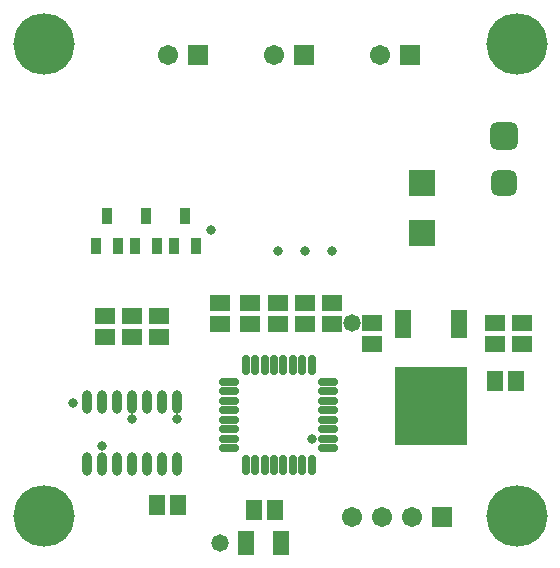
<source format=gts>
G04*
G04 #@! TF.GenerationSoftware,Altium Limited,Altium Designer,18.1.9 (240)*
G04*
G04 Layer_Color=8388736*
%FSLAX25Y25*%
%MOIN*%
G70*
G01*
G75*
%ADD28O,0.03162X0.07887*%
%ADD29O,0.02965X0.06706*%
%ADD30O,0.06706X0.02965*%
%ADD31R,0.05367X0.06587*%
%ADD32R,0.06587X0.05367*%
%ADD33R,0.05249X0.07887*%
%ADD34R,0.08674X0.08674*%
%ADD35R,0.24422X0.26390*%
%ADD36R,0.05524X0.09461*%
%ADD37R,0.03556X0.05721*%
G04:AMPARAMS|DCode=38|XSize=94.61mil|YSize=94.61mil|CornerRadius=25.65mil|HoleSize=0mil|Usage=FLASHONLY|Rotation=270.000|XOffset=0mil|YOffset=0mil|HoleType=Round|Shape=RoundedRectangle|*
%AMROUNDEDRECTD38*
21,1,0.09461,0.04331,0,0,270.0*
21,1,0.04331,0.09461,0,0,270.0*
1,1,0.05131,-0.02165,-0.02165*
1,1,0.05131,-0.02165,0.02165*
1,1,0.05131,0.02165,0.02165*
1,1,0.05131,0.02165,-0.02165*
%
%ADD38ROUNDEDRECTD38*%
G04:AMPARAMS|DCode=39|XSize=86.74mil|YSize=86.74mil|CornerRadius=23.68mil|HoleSize=0mil|Usage=FLASHONLY|Rotation=270.000|XOffset=0mil|YOffset=0mil|HoleType=Round|Shape=RoundedRectangle|*
%AMROUNDEDRECTD39*
21,1,0.08674,0.03937,0,0,270.0*
21,1,0.03937,0.08674,0,0,270.0*
1,1,0.04737,-0.01968,-0.01968*
1,1,0.04737,-0.01968,0.01968*
1,1,0.04737,0.01968,0.01968*
1,1,0.04737,0.01968,-0.01968*
%
%ADD39ROUNDEDRECTD39*%
%ADD40R,0.06706X0.06706*%
%ADD41C,0.06706*%
%ADD42C,0.03200*%
%ADD43C,0.05800*%
%ADD44C,0.20485*%
D28*
X63945Y57642D02*
D03*
X58945D02*
D03*
X53945D02*
D03*
X48945D02*
D03*
X43945D02*
D03*
X38945D02*
D03*
X33945D02*
D03*
X63945Y37169D02*
D03*
X58945D02*
D03*
X53945D02*
D03*
X48945D02*
D03*
X43945D02*
D03*
X38945D02*
D03*
X33945D02*
D03*
D29*
X86886Y70016D02*
D03*
X90035D02*
D03*
X93185D02*
D03*
X96335D02*
D03*
X99484D02*
D03*
X102634D02*
D03*
X105783D02*
D03*
X108933D02*
D03*
Y36945D02*
D03*
X105783D02*
D03*
X102634D02*
D03*
X99484D02*
D03*
X96335D02*
D03*
X93185D02*
D03*
X90035D02*
D03*
X86886D02*
D03*
D30*
X114445Y64504D02*
D03*
Y61354D02*
D03*
Y58205D02*
D03*
Y55055D02*
D03*
Y51906D02*
D03*
Y48756D02*
D03*
Y45606D02*
D03*
Y42457D02*
D03*
X81374D02*
D03*
Y45606D02*
D03*
Y48756D02*
D03*
Y51906D02*
D03*
Y55055D02*
D03*
Y58205D02*
D03*
Y61354D02*
D03*
Y64504D02*
D03*
D31*
X57441Y23406D02*
D03*
X64449D02*
D03*
X89681Y21906D02*
D03*
X96689D02*
D03*
X177004Y64811D02*
D03*
X169996D02*
D03*
D32*
X88445Y83902D02*
D03*
Y90909D02*
D03*
X57850Y86504D02*
D03*
Y79496D02*
D03*
X48945Y86504D02*
D03*
Y79496D02*
D03*
X39850Y86504D02*
D03*
Y79496D02*
D03*
X128850Y84004D02*
D03*
Y76996D02*
D03*
X170000Y84004D02*
D03*
Y76996D02*
D03*
X78445Y83902D02*
D03*
Y90910D02*
D03*
X97791Y83902D02*
D03*
Y90909D02*
D03*
X106791Y83902D02*
D03*
Y90909D02*
D03*
X179000Y84004D02*
D03*
Y76996D02*
D03*
X115791Y90909D02*
D03*
Y83902D02*
D03*
D33*
X98811Y10906D02*
D03*
X87079D02*
D03*
D34*
X145500Y114232D02*
D03*
Y130768D02*
D03*
D35*
X148741Y56363D02*
D03*
D36*
X158038Y83922D02*
D03*
X139445Y83906D02*
D03*
D37*
X40594Y119768D02*
D03*
X44335Y109925D02*
D03*
X36854D02*
D03*
X53594Y119768D02*
D03*
X57335Y109925D02*
D03*
X49854D02*
D03*
X66594Y119768D02*
D03*
X70335Y109925D02*
D03*
X62854D02*
D03*
D38*
X172941Y146500D02*
D03*
D39*
Y130910D02*
D03*
D40*
X152350Y19500D02*
D03*
X141732Y173406D02*
D03*
X106299D02*
D03*
X70866D02*
D03*
D41*
X142350Y19500D02*
D03*
X132350D02*
D03*
X122350D02*
D03*
X131732Y173406D02*
D03*
X96299D02*
D03*
X60866D02*
D03*
D42*
X48945Y52000D02*
D03*
X39000Y43000D02*
D03*
X63945Y52000D02*
D03*
X115791Y108000D02*
D03*
X106791D02*
D03*
X97791D02*
D03*
X75350Y115000D02*
D03*
X108933Y45606D02*
D03*
X156539Y64811D02*
D03*
X140199Y64906D02*
D03*
X145699Y59406D02*
D03*
X151039D02*
D03*
X140177D02*
D03*
X29350Y57500D02*
D03*
X140177Y46906D02*
D03*
X145445D02*
D03*
X150945D02*
D03*
X156445D02*
D03*
Y52906D02*
D03*
X150945Y53406D02*
D03*
X145445D02*
D03*
X140177D02*
D03*
X156445Y59406D02*
D03*
X150945Y64906D02*
D03*
X145445D02*
D03*
D43*
X122350Y84000D02*
D03*
X78445Y10906D02*
D03*
D44*
X19685Y19685D02*
D03*
Y177165D02*
D03*
X177165Y19685D02*
D03*
Y177165D02*
D03*
M02*

</source>
